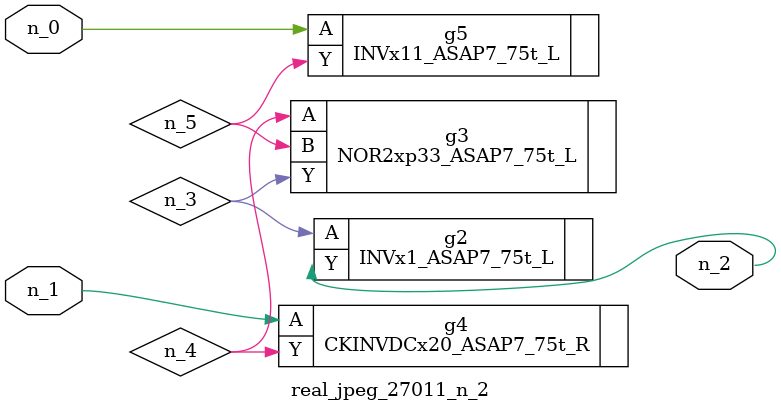
<source format=v>
module real_jpeg_27011_n_2 (n_1, n_0, n_2);

input n_1;
input n_0;

output n_2;

wire n_5;
wire n_4;
wire n_3;

INVx11_ASAP7_75t_L g5 ( 
.A(n_0),
.Y(n_5)
);

CKINVDCx20_ASAP7_75t_R g4 ( 
.A(n_1),
.Y(n_4)
);

INVx1_ASAP7_75t_L g2 ( 
.A(n_3),
.Y(n_2)
);

NOR2xp33_ASAP7_75t_L g3 ( 
.A(n_4),
.B(n_5),
.Y(n_3)
);


endmodule
</source>
